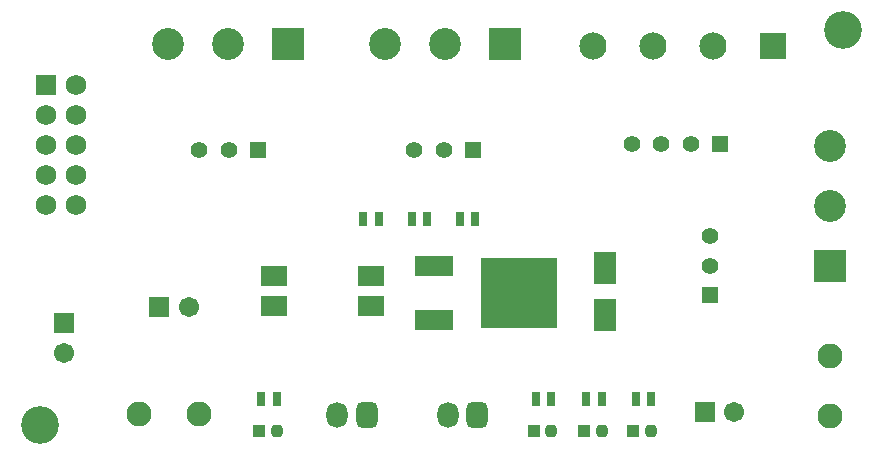
<source format=gts>
G04*
G04 #@! TF.GenerationSoftware,Altium Limited,Altium Designer,20.1.8 (145)*
G04*
G04 Layer_Color=8388736*
%FSLAX25Y25*%
%MOIN*%
G70*
G04*
G04 #@! TF.SameCoordinates,19D57B75-9579-4F69-8231-0EC3C90D2157*
G04*
G04*
G04 #@! TF.FilePolarity,Negative*
G04*
G01*
G75*
%ADD19R,0.08661X0.06693*%
G04:AMPARAMS|DCode=23|XSize=39.5mil|YSize=39.5mil|CornerRadius=11.87mil|HoleSize=0mil|Usage=FLASHONLY|Rotation=180.000|XOffset=0mil|YOffset=0mil|HoleType=Round|Shape=RoundedRectangle|*
%AMROUNDEDRECTD23*
21,1,0.03950,0.01575,0,0,180.0*
21,1,0.01575,0.03950,0,0,180.0*
1,1,0.02375,-0.00787,0.00787*
1,1,0.02375,0.00787,0.00787*
1,1,0.02375,0.00787,-0.00787*
1,1,0.02375,-0.00787,-0.00787*
%
%ADD23ROUNDEDRECTD23*%
%ADD24R,0.03950X0.03950*%
%ADD25R,0.02769X0.04540*%
%ADD26R,0.07493X0.10642*%
%ADD27R,0.12611X0.07099*%
%ADD28R,0.25210X0.23635*%
%ADD29C,0.08280*%
%ADD30C,0.06902*%
%ADD31R,0.06902X0.06902*%
%ADD32R,0.06706X0.06706*%
%ADD33C,0.06706*%
%ADD34R,0.06706X0.06706*%
%ADD35R,0.10642X0.10642*%
%ADD36C,0.10642*%
%ADD37O,0.07099X0.08674*%
G04:AMPARAMS|DCode=38|XSize=86.74mil|YSize=70.99mil|CornerRadius=19.75mil|HoleSize=0mil|Usage=FLASHONLY|Rotation=270.000|XOffset=0mil|YOffset=0mil|HoleType=Round|Shape=RoundedRectangle|*
%AMROUNDEDRECTD38*
21,1,0.08674,0.03150,0,0,270.0*
21,1,0.04724,0.07099,0,0,270.0*
1,1,0.03950,-0.01575,-0.02362*
1,1,0.03950,-0.01575,0.02362*
1,1,0.03950,0.01575,0.02362*
1,1,0.03950,0.01575,-0.02362*
%
%ADD38ROUNDEDRECTD38*%
%ADD39R,0.10642X0.10642*%
%ADD40C,0.09068*%
%ADD41R,0.09068X0.09068*%
%ADD42R,0.05512X0.05512*%
%ADD43C,0.05512*%
%ADD44C,0.12611*%
%ADD45R,0.05512X0.05512*%
D19*
X123425Y61890D02*
D03*
Y51890D02*
D03*
X91142D02*
D03*
Y61890D02*
D03*
D23*
X92126Y10039D02*
D03*
X216929D02*
D03*
X200394D02*
D03*
X183661D02*
D03*
D24*
X86221D02*
D03*
X211024D02*
D03*
X194488D02*
D03*
X177756D02*
D03*
D25*
X92126Y20669D02*
D03*
X87008D02*
D03*
X195276D02*
D03*
X200394D02*
D03*
X216929D02*
D03*
X211811D02*
D03*
X178543D02*
D03*
X183661D02*
D03*
X126051Y80643D02*
D03*
X120933D02*
D03*
X153150D02*
D03*
X158268D02*
D03*
X137041D02*
D03*
X142159D02*
D03*
D26*
X201378Y64370D02*
D03*
Y48622D02*
D03*
D27*
X144685Y65118D02*
D03*
Y47087D02*
D03*
D28*
X173031Y56102D02*
D03*
D29*
X276575Y15000D02*
D03*
Y35000D02*
D03*
X66260Y15650D02*
D03*
X46260D02*
D03*
D30*
X25157Y85551D02*
D03*
Y95551D02*
D03*
Y105551D02*
D03*
Y115551D02*
D03*
Y125551D02*
D03*
X15157Y85551D02*
D03*
Y95551D02*
D03*
Y105551D02*
D03*
Y115551D02*
D03*
D31*
Y125551D02*
D03*
D32*
X52913Y51378D02*
D03*
X234842Y16535D02*
D03*
D33*
X62756Y51378D02*
D03*
X21063Y36220D02*
D03*
X244685Y16535D02*
D03*
D34*
X21063Y46063D02*
D03*
D35*
X95787Y139173D02*
D03*
X168228D02*
D03*
D36*
X75787D02*
D03*
X55787D02*
D03*
X148228D02*
D03*
X128228D02*
D03*
X276575Y84944D02*
D03*
Y104944D02*
D03*
D37*
X149175Y15453D02*
D03*
X112347D02*
D03*
D38*
X159018D02*
D03*
X122190D02*
D03*
D39*
X276575Y64944D02*
D03*
D40*
X197598Y138458D02*
D03*
X217598D02*
D03*
X237598D02*
D03*
D41*
X257598D02*
D03*
D42*
X157677Y103642D02*
D03*
X239961Y105709D02*
D03*
X86024Y103642D02*
D03*
D43*
X147835D02*
D03*
X137992D02*
D03*
X230118Y105709D02*
D03*
X220276D02*
D03*
X210433D02*
D03*
X76181Y103642D02*
D03*
X66339D02*
D03*
X236417Y65158D02*
D03*
Y75000D02*
D03*
D44*
X13189Y12008D02*
D03*
X280906Y143898D02*
D03*
D45*
X236417Y55315D02*
D03*
M02*

</source>
